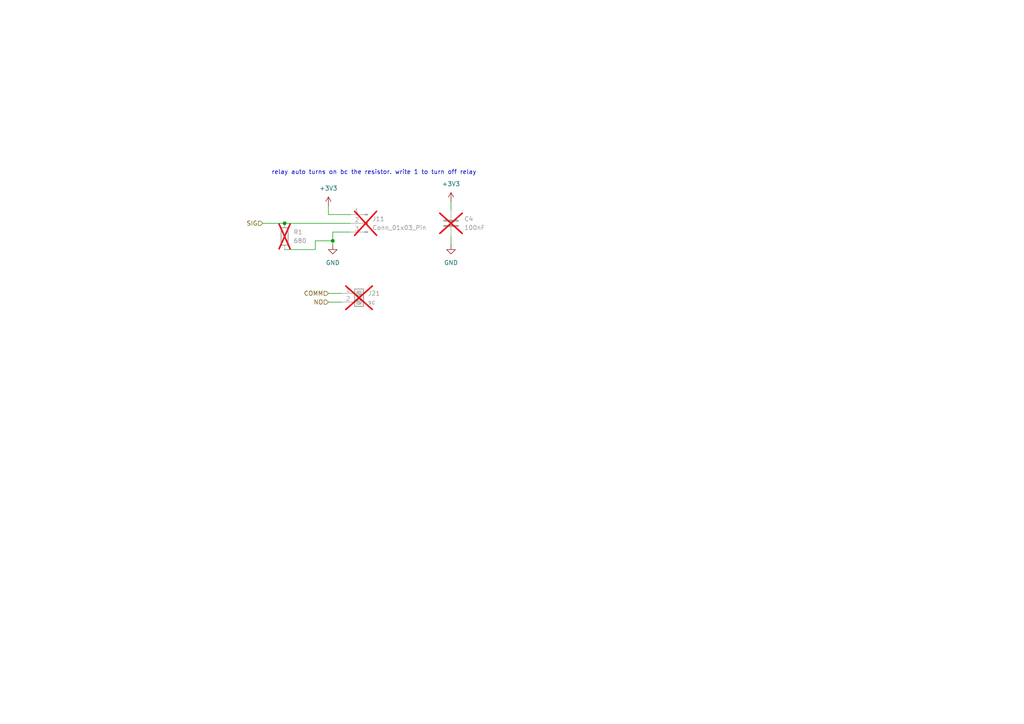
<source format=kicad_sch>
(kicad_sch (version 20231120) (generator "eeschema") (generator_version "8.0")
  (paper "A4")
  (title_block (title "${PROJECTNAME}") (rev "${VERSION}"))
  (lib_symbols
    (symbol "Connector:Conn_01x03_Pin" (pin_names (offset 1.016) hide)
      (property "Reference" "J" (at 0 5.08 0))
      (property "Value" "Conn_01x03_Pin" (at 0 -5.08 0))
      (symbol "Conn_01x03_Pin_1_1"
        (polyline (pts (xy 1.27 -2.54) (xy 0.8636 -2.54)) (stroke (width 0.1524)))
        (polyline (pts (xy 1.27 0) (xy 0.8636 0)) (stroke (width 0.1524)))
        (polyline (pts (xy 1.27 2.54) (xy 0.8636 2.54)) (stroke (width 0.1524)))
        (rectangle (start 0.8636 -2.413) (end 0 -2.667) (stroke (width 0.1524)) (fill (type outline)))
        (rectangle (start 0.8636 0.127) (end 0 -0.127) (stroke (width 0.1524)) (fill (type outline)))
        (rectangle (start 0.8636 2.667) (end 0 2.413) (stroke (width 0.1524)) (fill (type outline)))
        (pin passive line (at 5.08 2.54 180) (length 3.81) (name "Pin_1") (number "1"))
        (pin passive line (at 5.08 0 180) (length 3.81) (name "Pin_2") (number "2"))
        (pin passive line (at 5.08 -2.54 180) (length 3.81) (name "Pin_3") (number "3"))
      )
    )
    (symbol "Connector:Screw_Terminal_01x02" (pin_names (offset 1.016) hide)
      (property "Reference" "J" (at 0 2.54 0))
      (property "Value" "Screw_Terminal_01x02" (at 0 -5.08 0))
      (symbol "Screw_Terminal_01x02_1_1"
        (rectangle (start -1.27 1.27) (end 1.27 -3.81) (stroke (width 0.254)) (fill (type background)))
        (circle (center 0 -2.54) (radius 0.635) (stroke (width 0.1524)))
        (polyline (pts (xy -0.5334 -2.2098) (xy 0.3302 -3.048)) (stroke (width 0.1524)))
        (polyline (pts (xy -0.5334 0.3302) (xy 0.3302 -0.508)) (stroke (width 0.1524)))
        (polyline (pts (xy -0.3556 -2.032) (xy 0.508 -2.8702)) (stroke (width 0.1524)))
        (polyline (pts (xy -0.3556 0.508) (xy 0.508 -0.3302)) (stroke (width 0.1524)))
        (circle (center 0 0) (radius 0.635) (stroke (width 0.1524)))
        (pin passive line (at -5.08 0 0) (length 3.81) (name "Pin_1") (number "1"))
        (pin passive line (at -5.08 -2.54 0) (length 3.81) (name "Pin_2") (number "2"))
      )
    )
    (symbol "Device:C" (pin_numbers hide) (pin_names (offset 0.254))
      (property "Reference" "C" (at 0.635 2.54 0))
      (property "Value" "C" (at 0.635 -2.54 0))
      (symbol "C_0_1"
        (polyline (pts (xy -2.032 -0.762) (xy 2.032 -0.762)) (stroke (width 0.508)))
        (polyline (pts (xy -2.032 0.762) (xy 2.032 0.762)) (stroke (width 0.508)))
      )
      (symbol "C_1_1"
        (pin passive line (at 0 3.81 270) (length 2.794) (name "~") (number "1"))
        (pin passive line (at 0 -3.81 90) (length 2.794) (name "~") (number "2"))
      )
    )
    (symbol "Device:R" (pin_numbers hide) (pin_names (offset 0))
      (property "Reference" "R" (at 2.032 0 90))
      (property "Value" "R" (at 0 0 90))
      (symbol "R_0_1"
        (rectangle (start -1.016 -2.54) (end 1.016 2.54) (stroke (width 0.254)))
      )
      (symbol "R_1_1"
        (pin passive line (at 0 3.81 270) (length 1.27) (name "~") (number "1"))
        (pin passive line (at 0 -3.81 90) (length 1.27) (name "~") (number "2"))
      )
    )
    (symbol "power:+3V3" (power) (pin_numbers hide) (pin_names (offset 0) hide)
      (property "Value" "+3V3" (at 0 3.556 0))
      (symbol "+3V3_0_1"
        (polyline (pts (xy -0.762 1.27) (xy 0 2.54)))
        (polyline (pts (xy 0 0) (xy 0 2.54)))
        (polyline (pts (xy 0 2.54) (xy 0.762 1.27)))
      )
      (symbol "+3V3_1_1"
        (pin power_in line (at 0 0 90) (length 0) (name "~") (number "1"))
      )
    )
    (symbol "power:GND" (power) (pin_numbers hide) (pin_names (offset 0) hide)
      (property "Value" "GND" (at 0 -3.81 0))
      (symbol "GND_0_1"
        (polyline (pts (xy 0 0) (xy 0 -1.27) (xy 1.27 -1.27) (xy 0 -2.54) (xy -1.27 -1.27) (xy 0 -1.27)))
      )
      (symbol "GND_1_1"
        (pin power_in line (at 0 0 270) (length 0) (name "~") (number "1"))
      )
    )
  )
  (junction (at 82.55 64.77))
  (junction (at 96.52 69.85))
  (wire (pts (xy 96.52 69.85) (xy 91.44 69.85)))
  (wire (pts (xy 96.52 71.12) (xy 96.52 69.85)))
  (wire (pts (xy 95.25 62.23) (xy 101.6 62.23)))
  (wire (pts (xy 82.55 64.77) (xy 101.6 64.77)))
  (wire (pts (xy 130.81 58.42) (xy 130.81 60.96)))
  (wire (pts (xy 95.25 59.69) (xy 95.25 62.23)))
  (wire (pts (xy 130.81 68.58) (xy 130.81 71.12)))
  (wire (pts (xy 91.44 69.85) (xy 91.44 72.39)))
  (wire (pts (xy 91.44 72.39) (xy 82.55 72.39)))
  (wire (pts (xy 76.2 64.77) (xy 82.55 64.77)))
  (wire (pts (xy 95.25 87.63) (xy 99.06 87.63)))
  (wire (pts (xy 96.52 69.85) (xy 96.52 67.31)))
  (wire (pts (xy 95.25 85.09) (xy 99.06 85.09)))
  (wire (pts (xy 96.52 67.31) (xy 101.6 67.31)))
  (text "relay auto turns on bc the resistor. write 1 to turn off relay" (at 78.74 50.8 0) (effects (font (size 1.27 1.27)) (justify left bottom)))
  (hierarchical_label "NO" (shape input) (at 95.25 87.63 180))
  (hierarchical_label "COMM" (shape input) (at 95.25 85.09 180))
  (hierarchical_label "SIG" (shape input) (at 76.2 64.77 180))
  (symbol (lib_id "Connector:Conn_01x03_Pin") (at 106.68 64.77 0) (mirror y) (unit 1) (in_bom no) (on_board no) (dnp yes)
    (property "Reference" "J11" (at 107.95 63.4999 0) (effects (justify right)))
    (property "Value" "Conn_01x03_Pin" (at 107.95 66.0399 0) (effects (justify right)))
    (property "Footprint" "Connector_JST:JST_XH_B3B-XH-A_1x03_P2.50mm_Vertical" (effects (hide yes)))
    (property "LCSC" "C144394" (effects (hide yes)))
  )
  (symbol (lib_id "power:GND") (at 130.81 71.12 0) (unit 1)
    (property "Reference" "#PWR048" (effects (hide yes)))
    (property "Value" "GND" (at 130.81 76.2 0))
    (property "Description" "Power symbol creates a global label with name \"GND\" , ground" (effects (hide yes)))
  )
  (symbol (lib_id "Device:C") (at 130.81 64.77 0) (unit 1) (in_bom no) (on_board no) (dnp yes)
    (property "Reference" "C4" (at 134.62 63.5 0) (effects (justify left)))
    (property "Value" "100nF" (at 134.62 66.04 0) (effects (justify left)))
    (property "Footprint" "Capacitor_SMD:C_0805_2012Metric" (effects (hide yes)))
    (property "LCSC" "C49678" (effects (hide yes)))
  )
  (symbol (lib_id "power:+3V3") (at 95.25 59.69 0) (unit 1)
    (property "Reference" "#PWR041" (effects (hide yes)))
    (property "Value" "+3V3" (at 95.25 54.61 0))
    (property "Description" "Power symbol creates a global label with name \"+3V3\"" (effects (hide yes)))
  )
  (symbol (lib_id "Connector:Screw_Terminal_01x02") (at 104.14 85.09 0) (unit 1) (in_bom no) (on_board no) (dnp yes)
    (property "Reference" "J21" (at 106.68 85.09 0) (effects (justify left)))
    (property "Value" "sc" (at 106.68 87.63 0) (effects (justify left)))
    (property "Footprint" "easyeda:CONN-TH_XY126V-5.0-2P" (effects (hide yes)))
    (property "LCSC" "C557646" (effects (hide yes)))
  )
  (symbol (lib_id "power:GND") (at 96.52 71.12 0) (unit 1)
    (property "Reference" "#PWR042" (effects (hide yes)))
    (property "Value" "GND" (at 96.52 76.2 0))
    (property "Description" "Power symbol creates a global label with name \"GND\" , ground" (effects (hide yes)))
  )
  (symbol (lib_id "Device:R") (at 82.55 68.58 0) (unit 1) (in_bom no) (on_board no) (dnp yes)
    (property "Reference" "R1" (at 85.09 67.31 0) (effects (justify left)))
    (property "Value" "680" (at 85.09 69.85 0) (effects (justify left)))
    (property "Footprint" "Resistor_SMD:R_0805_2012Metric" (effects (hide yes)))
    (property "LCSC" "C17798" (effects (hide yes)))
  )
  (symbol (lib_id "power:+3V3") (at 130.81 58.42 0) (unit 1)
    (property "Reference" "#PWR047" (effects (hide yes)))
    (property "Value" "+3V3" (at 130.81 53.34 0))
    (property "Description" "Power symbol creates a global label with name \"+3V3\"" (effects (hide yes)))
  )
)
</source>
